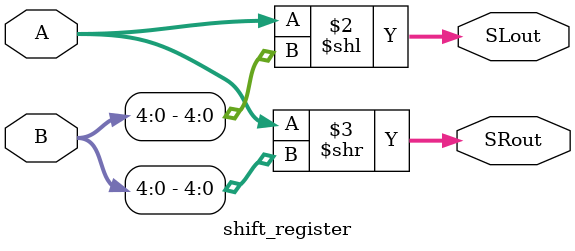
<source format=v>
module shift_register (A, B, SLout, SRout);

input [31:0] A;
input [31:0] B;
output reg [31:0] SLout;
output reg [31:0] SRout;
	
always @ (A or B)

begin 

	SLout <= A<<B[4:0];
	
	SRout <= A>>B[4:0];
	
end

endmodule 

</source>
